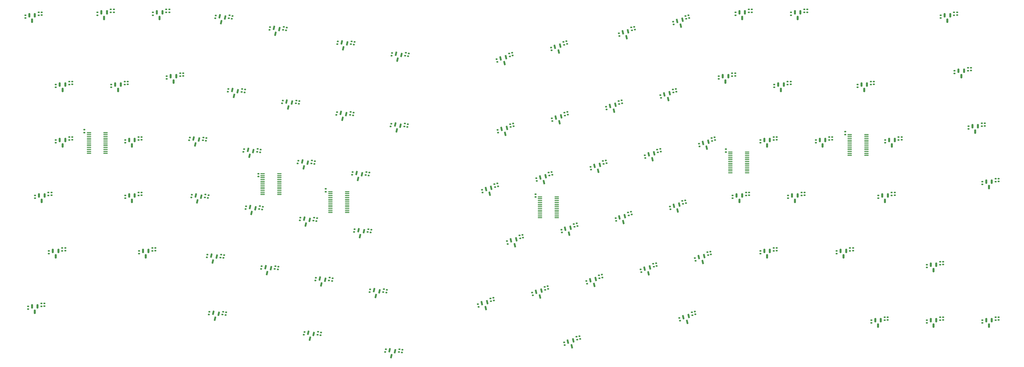
<source format=gbr>
%TF.GenerationSoftware,KiCad,Pcbnew,8.0.1*%
%TF.CreationDate,2024-04-11T15:05:29-07:00*%
%TF.ProjectId,Erebus,45726562-7573-42e6-9b69-6361645f7063,rev?*%
%TF.SameCoordinates,Original*%
%TF.FileFunction,Paste,Bot*%
%TF.FilePolarity,Positive*%
%FSLAX46Y46*%
G04 Gerber Fmt 4.6, Leading zero omitted, Abs format (unit mm)*
G04 Created by KiCad (PCBNEW 8.0.1) date 2024-04-11 15:05:29*
%MOMM*%
%LPD*%
G01*
G04 APERTURE LIST*
G04 Aperture macros list*
%AMRoundRect*
0 Rectangle with rounded corners*
0 $1 Rounding radius*
0 $2 $3 $4 $5 $6 $7 $8 $9 X,Y pos of 4 corners*
0 Add a 4 corners polygon primitive as box body*
4,1,4,$2,$3,$4,$5,$6,$7,$8,$9,$2,$3,0*
0 Add four circle primitives for the rounded corners*
1,1,$1+$1,$2,$3*
1,1,$1+$1,$4,$5*
1,1,$1+$1,$6,$7*
1,1,$1+$1,$8,$9*
0 Add four rect primitives between the rounded corners*
20,1,$1+$1,$2,$3,$4,$5,0*
20,1,$1+$1,$4,$5,$6,$7,0*
20,1,$1+$1,$6,$7,$8,$9,0*
20,1,$1+$1,$8,$9,$2,$3,0*%
G04 Aperture macros list end*
%ADD10RoundRect,0.140000X0.195393X-0.101596X0.137177X0.172286X-0.195393X0.101596X-0.137177X-0.172286X0*%
%ADD11RoundRect,0.135000X-0.209025X0.093586X-0.152889X-0.170514X0.209025X-0.093586X0.152889X0.170514X0*%
%ADD12RoundRect,0.140000X-0.170000X0.140000X-0.170000X-0.140000X0.170000X-0.140000X0.170000X0.140000X0*%
%ADD13RoundRect,0.140000X0.170000X-0.140000X0.170000X0.140000X-0.170000X0.140000X-0.170000X-0.140000X0*%
%ADD14RoundRect,0.140000X-0.195393X0.101596X-0.137177X-0.172286X0.195393X-0.101596X0.137177X0.172286X0*%
%ADD15RoundRect,0.140000X-0.137177X0.172286X-0.195393X-0.101596X0.137177X-0.172286X0.195393X0.101596X0*%
%ADD16RoundRect,0.135000X-0.185000X0.135000X-0.185000X-0.135000X0.185000X-0.135000X0.185000X0.135000X0*%
%ADD17RoundRect,0.150000X-0.024574X0.605848X-0.268870X-0.543475X0.024574X-0.605848X0.268870X0.543475X0*%
%ADD18RoundRect,0.150000X-0.268870X0.543475X-0.024574X-0.605848X0.268870X-0.543475X0.024574X0.605848X0*%
%ADD19RoundRect,0.150000X-0.150000X0.587500X-0.150000X-0.587500X0.150000X-0.587500X0.150000X0.587500X0*%
%ADD20RoundRect,0.140000X0.137177X-0.172286X0.195393X0.101596X-0.137177X0.172286X-0.195393X-0.101596X0*%
%ADD21RoundRect,0.135000X-0.152889X0.170514X-0.209025X-0.093586X0.152889X-0.170514X0.209025X0.093586X0*%
%ADD22RoundRect,0.100000X0.637500X0.100000X-0.637500X0.100000X-0.637500X-0.100000X0.637500X-0.100000X0*%
G04 APERTURE END LIST*
D10*
%TO.C,C109*%
X328243401Y-157406639D03*
X328043805Y-156467617D03*
%TD*%
D11*
%TO.C,R77*%
X372858976Y-184849635D03*
X373071046Y-185847345D03*
%TD*%
D12*
%TO.C,C124*%
X157715508Y-162745362D03*
X157715508Y-163705362D03*
%TD*%
D13*
%TO.C,C31*%
X406870458Y-82808962D03*
X406870458Y-81848962D03*
%TD*%
D10*
%TO.C,C139*%
X355496259Y-171089453D03*
X355296663Y-170150431D03*
%TD*%
D14*
%TO.C,C138*%
X341966750Y-171942437D03*
X342166346Y-172881459D03*
%TD*%
D13*
%TO.C,C4*%
X319227200Y-145234600D03*
X319227200Y-144274600D03*
%TD*%
D10*
%TO.C,C77*%
X300990544Y-143723824D03*
X300790948Y-142784802D03*
%TD*%
D12*
%TO.C,C62*%
X435369258Y-105595362D03*
X435369258Y-106555362D03*
%TD*%
D15*
%TO.C,C20*%
X275658724Y-95956432D03*
X275459128Y-96895454D03*
%TD*%
D16*
%TO.C,R59*%
X156674108Y-162743362D03*
X156674108Y-163763362D03*
%TD*%
D17*
%TO.C,SW62*%
X226487276Y-169327649D03*
X227026682Y-171359193D03*
X228345756Y-169722683D03*
%TD*%
D12*
%TO.C,C38*%
X179146758Y-105595362D03*
X179146758Y-106555362D03*
%TD*%
D18*
%TO.C,SW65*%
X300739254Y-181757293D03*
X302058328Y-183393803D03*
X302597734Y-181362259D03*
%TD*%
D14*
%TO.C,C136*%
X323333038Y-175903155D03*
X323532634Y-176842177D03*
%TD*%
D19*
%TO.C,SW45*%
X148685808Y-144724062D03*
X149635808Y-146599062D03*
X150585808Y-144724062D03*
%TD*%
D20*
%TO.C,C133*%
X262215577Y-177893057D03*
X262415173Y-176954035D03*
%TD*%
D21*
%TO.C,R63*%
X248490590Y-172950873D03*
X248278520Y-173948583D03*
%TD*%
D14*
%TO.C,C24*%
X329792128Y-91758982D03*
X329991724Y-92698004D03*
%TD*%
D12*
%TO.C,C150*%
X150571758Y-181795362D03*
X150571758Y-182755362D03*
%TD*%
D16*
%TO.C,R69*%
X400990358Y-162743362D03*
X400990358Y-163763362D03*
%TD*%
D19*
%TO.C,SW55*%
X388239558Y-144724062D03*
X389189558Y-146599062D03*
X390139558Y-144724062D03*
%TD*%
D15*
%TO.C,C44*%
X238098831Y-112317316D03*
X237899235Y-113256338D03*
%TD*%
D20*
%TO.C,C151*%
X207012152Y-185634795D03*
X207211748Y-184695773D03*
%TD*%
D19*
%TO.C,SW56*%
X407289558Y-144724062D03*
X408239558Y-146599062D03*
X409189558Y-144724062D03*
%TD*%
D21*
%TO.C,R35*%
X261070453Y-136673629D03*
X260858383Y-137671339D03*
%TD*%
%TO.C,R4*%
X214080933Y-82865624D03*
X213868863Y-83863334D03*
%TD*%
D18*
%TO.C,SW52*%
X329387532Y-156192326D03*
X330706606Y-157828836D03*
X331246012Y-155797292D03*
%TD*%
D11*
%TO.C,R54*%
X369595969Y-146592032D03*
X369808039Y-147589742D03*
%TD*%
D17*
%TO.C,SW74*%
X208551275Y-184990822D03*
X209090681Y-187022366D03*
X210409755Y-185385856D03*
%TD*%
D13*
%TO.C,C163*%
X453542958Y-188536462D03*
X453542958Y-187576462D03*
%TD*%
D18*
%TO.C,SW39*%
X358035810Y-130627358D03*
X359354884Y-132263868D03*
X359894290Y-130232324D03*
%TD*%
D16*
%TO.C,R27*%
X405752858Y-105593362D03*
X405752858Y-106613362D03*
%TD*%
D13*
%TO.C,C91*%
X439255458Y-126623962D03*
X439255458Y-125663962D03*
%TD*%
D19*
%TO.C,SW26*%
X383477058Y-103766562D03*
X384427058Y-105641562D03*
X385377058Y-103766562D03*
%TD*%
D14*
%TO.C,C82*%
X343362171Y-132694655D03*
X343561767Y-133633677D03*
%TD*%
D16*
%TO.C,R78*%
X439090358Y-186555862D03*
X439090358Y-187575862D03*
%TD*%
D19*
%TO.C,SW58*%
X473964558Y-139961562D03*
X474914558Y-141836562D03*
X475864558Y-139961562D03*
%TD*%
D13*
%TO.C,C125*%
X183032958Y-164723962D03*
X183032958Y-163763962D03*
%TD*%
%TO.C,C123*%
X152076708Y-164723962D03*
X152076708Y-163763962D03*
%TD*%
%TO.C,C11*%
X187795458Y-82808962D03*
X187795458Y-81848962D03*
%TD*%
D21*
%TO.C,R34*%
X242436742Y-132712911D03*
X242224672Y-133710621D03*
%TD*%
D13*
%TO.C,C59*%
X401155458Y-107573962D03*
X401155458Y-106613962D03*
%TD*%
D15*
%TO.C,C14*%
X215099161Y-83084099D03*
X214899565Y-84023121D03*
%TD*%
D12*
%TO.C,C34*%
X160096758Y-105595362D03*
X160096758Y-106555362D03*
%TD*%
D10*
%TO.C,C141*%
X374129971Y-167128736D03*
X373930375Y-166189714D03*
%TD*%
D15*
%TO.C,C152*%
X212939105Y-184871804D03*
X212739509Y-185810826D03*
%TD*%
D18*
%TO.C,SW9*%
X325832056Y-93652403D03*
X327151130Y-95288913D03*
X327690536Y-93257369D03*
%TD*%
D21*
%TO.C,R5*%
X232714645Y-86826342D03*
X232502575Y-87824052D03*
%TD*%
D19*
%TO.C,SW80*%
X454914558Y-187586562D03*
X455864558Y-189461562D03*
X456814558Y-187586562D03*
%TD*%
D21*
%TO.C,R62*%
X229856878Y-168990156D03*
X229644808Y-169987866D03*
%TD*%
D12*
%TO.C,C40*%
X198196758Y-102737862D03*
X198196758Y-103697862D03*
%TD*%
D11*
%TO.C,R76*%
X333262339Y-193266160D03*
X333474409Y-194263870D03*
%TD*%
D21*
%TO.C,R33*%
X223803030Y-128752194D03*
X223590960Y-129749904D03*
%TD*%
D17*
%TO.C,SW76*%
X269110838Y-197863155D03*
X269650244Y-199894699D03*
X270969318Y-198258189D03*
%TD*%
D10*
%TO.C,C113*%
X365510825Y-149485203D03*
X365311229Y-148546181D03*
%TD*%
D11*
%TO.C,R8*%
X310139357Y-95934263D03*
X310351427Y-96931973D03*
%TD*%
D17*
%TO.C,SW63*%
X245120988Y-173288366D03*
X245660394Y-175319910D03*
X246979468Y-173683400D03*
%TD*%
D10*
%TO.C,C85*%
X375525391Y-127880953D03*
X375325795Y-126941931D03*
%TD*%
D21*
%TO.C,R20*%
X255714315Y-116059558D03*
X255502245Y-117057268D03*
%TD*%
D11*
%TO.C,R65*%
X322313979Y-176117718D03*
X322526049Y-177115428D03*
%TD*%
D21*
%TO.C,R64*%
X267124302Y-176911591D03*
X266912232Y-177909301D03*
%TD*%
D11*
%TO.C,R39*%
X360976823Y-128948500D03*
X361188893Y-129946210D03*
%TD*%
D17*
%TO.C,SW75*%
X241160270Y-191922078D03*
X241699676Y-193953622D03*
X243018750Y-192317112D03*
%TD*%
D20*
%TO.C,C69*%
X200260593Y-125772942D03*
X200460189Y-124833920D03*
%TD*%
D22*
%TO.C,U5*%
X326458500Y-145218200D03*
X326458500Y-145868200D03*
X326458500Y-146518200D03*
X326458500Y-147168200D03*
X326458500Y-147818200D03*
X326458500Y-148468200D03*
X326458500Y-149118200D03*
X326458500Y-149768200D03*
X326458500Y-150418200D03*
X326458500Y-151068200D03*
X326458500Y-151718200D03*
X326458500Y-152368200D03*
X320733500Y-152368200D03*
X320733500Y-151718200D03*
X320733500Y-151068200D03*
X320733500Y-150418200D03*
X320733500Y-149768200D03*
X320733500Y-149118200D03*
X320733500Y-148468200D03*
X320733500Y-147818200D03*
X320733500Y-147168200D03*
X320733500Y-146518200D03*
X320733500Y-145868200D03*
X320733500Y-145218200D03*
%TD*%
D21*
%TO.C,R19*%
X237080603Y-112098841D03*
X236868533Y-113096551D03*
%TD*%
D13*
%TO.C,C37*%
X173507958Y-107573962D03*
X173507958Y-106613962D03*
%TD*%
D19*
%TO.C,SW79*%
X435864558Y-187586562D03*
X436814558Y-189461562D03*
X437764558Y-187586562D03*
%TD*%
D16*
%TO.C,R42*%
X420040358Y-124643362D03*
X420040358Y-125663362D03*
%TD*%
D12*
%TO.C,C30*%
X393459258Y-80830362D03*
X393459258Y-81790362D03*
%TD*%
D14*
%TO.C,C54*%
X348718309Y-112080584D03*
X348917905Y-113019606D03*
%TD*%
D18*
%TO.C,SW51*%
X310753821Y-160153043D03*
X312072895Y-161789553D03*
X312612301Y-159758009D03*
%TD*%
D21*
%TO.C,R61*%
X211223166Y-165029438D03*
X211011096Y-166027148D03*
%TD*%
D17*
%TO.C,SW7*%
X271270894Y-96075450D03*
X271810300Y-98106994D03*
X273129374Y-96470484D03*
%TD*%
D21*
%TO.C,R75*%
X272480440Y-197525662D03*
X272268370Y-198523372D03*
%TD*%
D17*
%TO.C,SW64*%
X263754700Y-177249084D03*
X264294106Y-179280628D03*
X265613180Y-177644118D03*
%TD*%
D14*
%TO.C,C114*%
X370615028Y-146377469D03*
X370814624Y-147316491D03*
%TD*%
D16*
%TO.C,R70*%
X427184108Y-162743362D03*
X427184108Y-163763362D03*
%TD*%
D22*
%TO.C,U2*%
X231233900Y-137268000D03*
X231233900Y-137918000D03*
X231233900Y-138568000D03*
X231233900Y-139218000D03*
X231233900Y-139868000D03*
X231233900Y-140518000D03*
X231233900Y-141168000D03*
X231233900Y-141818000D03*
X231233900Y-142468000D03*
X231233900Y-143118000D03*
X231233900Y-143768000D03*
X231233900Y-144418000D03*
X225508900Y-144418000D03*
X225508900Y-143768000D03*
X225508900Y-143118000D03*
X225508900Y-142468000D03*
X225508900Y-141818000D03*
X225508900Y-141168000D03*
X225508900Y-140518000D03*
X225508900Y-139868000D03*
X225508900Y-139218000D03*
X225508900Y-138568000D03*
X225508900Y-137918000D03*
X225508900Y-137268000D03*
%TD*%
D16*
%TO.C,R45*%
X151911608Y-143693362D03*
X151911608Y-144713362D03*
%TD*%
D14*
%TO.C,C168*%
X304699326Y-179863872D03*
X304898922Y-180802894D03*
%TD*%
D15*
%TO.C,C156*%
X273498668Y-197744137D03*
X273299072Y-198683159D03*
%TD*%
D22*
%TO.C,U7*%
X432775200Y-123795000D03*
X432775200Y-124445000D03*
X432775200Y-125095000D03*
X432775200Y-125745000D03*
X432775200Y-126395000D03*
X432775200Y-127045000D03*
X432775200Y-127695000D03*
X432775200Y-128345000D03*
X432775200Y-128995000D03*
X432775200Y-129645000D03*
X432775200Y-130295000D03*
X432775200Y-130945000D03*
X427050200Y-130945000D03*
X427050200Y-130295000D03*
X427050200Y-129645000D03*
X427050200Y-128995000D03*
X427050200Y-128345000D03*
X427050200Y-127695000D03*
X427050200Y-127045000D03*
X427050200Y-126395000D03*
X427050200Y-125745000D03*
X427050200Y-125095000D03*
X427050200Y-124445000D03*
X427050200Y-123795000D03*
%TD*%
D11*
%TO.C,R25*%
X366332962Y-108334429D03*
X366545032Y-109332139D03*
%TD*%
%TO.C,R10*%
X352065208Y-87022648D03*
X352277278Y-88020358D03*
%TD*%
D10*
%TO.C,C135*%
X318228835Y-179010889D03*
X318029239Y-178071867D03*
%TD*%
D12*
%TO.C,C58*%
X387744258Y-102737862D03*
X387744258Y-103697862D03*
%TD*%
D17*
%TO.C,SW19*%
X233711001Y-112436334D03*
X234250407Y-114467878D03*
X235569481Y-112831368D03*
%TD*%
D16*
%TO.C,R17*%
X197155358Y-102735862D03*
X197155358Y-103755862D03*
%TD*%
D21*
%TO.C,R74*%
X244529872Y-191584585D03*
X244317802Y-192582295D03*
%TD*%
D14*
%TO.C,C110*%
X333347604Y-154298905D03*
X333547200Y-155237927D03*
%TD*%
D19*
%TO.C,SW46*%
X179642058Y-144724062D03*
X180592058Y-146599062D03*
X181542058Y-144724062D03*
%TD*%
D15*
%TO.C,C16*%
X233732873Y-87044817D03*
X233533277Y-87983839D03*
%TD*%
D19*
%TO.C,SW3*%
X189167058Y-81859062D03*
X190117058Y-83734062D03*
X191067058Y-81859062D03*
%TD*%
D18*
%TO.C,SW23*%
X326124525Y-117934723D03*
X327443599Y-119571233D03*
X327983005Y-117539689D03*
%TD*%
D16*
%TO.C,R2*%
X173342858Y-80828362D03*
X173342858Y-81848362D03*
%TD*%
D17*
%TO.C,SW6*%
X252637182Y-92114732D03*
X253176588Y-94146276D03*
X254495662Y-92509766D03*
%TD*%
D22*
%TO.C,U3*%
X171551600Y-123113800D03*
X171551600Y-123763800D03*
X171551600Y-124413800D03*
X171551600Y-125063800D03*
X171551600Y-125713800D03*
X171551600Y-126363800D03*
X171551600Y-127013800D03*
X171551600Y-127663800D03*
X171551600Y-128313800D03*
X171551600Y-128963800D03*
X171551600Y-129613800D03*
X171551600Y-130263800D03*
X165826600Y-130263800D03*
X165826600Y-129613800D03*
X165826600Y-128963800D03*
X165826600Y-128313800D03*
X165826600Y-127663800D03*
X165826600Y-127013800D03*
X165826600Y-126363800D03*
X165826600Y-125713800D03*
X165826600Y-125063800D03*
X165826600Y-124413800D03*
X165826600Y-123763800D03*
X165826600Y-123113800D03*
%TD*%
D19*
%TO.C,SW73*%
X146304558Y-182824062D03*
X147254558Y-184699062D03*
X148204558Y-182824062D03*
%TD*%
D16*
%TO.C,R1*%
X148577858Y-81780862D03*
X148577858Y-82800862D03*
%TD*%
D13*
%TO.C,C9*%
X168745458Y-82808962D03*
X168745458Y-81848962D03*
%TD*%
D18*
%TO.C,SW11*%
X367757907Y-84740789D03*
X369076981Y-86377299D03*
X369616387Y-84345755D03*
%TD*%
D20*
%TO.C,C41*%
X213538167Y-109119589D03*
X213737763Y-108180567D03*
%TD*%
D15*
%TO.C,C42*%
X219465120Y-108356598D03*
X219265524Y-109295620D03*
%TD*%
D17*
%TO.C,SW47*%
X202497426Y-144752860D03*
X203036832Y-146784404D03*
X204355906Y-145147894D03*
%TD*%
D11*
%TO.C,R52*%
X332328545Y-154513468D03*
X332540615Y-155511178D03*
%TD*%
D15*
%TO.C,C132*%
X249508818Y-173169348D03*
X249309222Y-174108370D03*
%TD*%
D17*
%TO.C,SW35*%
X257700851Y-137011122D03*
X258240257Y-139042666D03*
X259559331Y-137406156D03*
%TD*%
D20*
%TO.C,C105*%
X256859439Y-157278986D03*
X257059035Y-156339964D03*
%TD*%
D17*
%TO.C,SW5*%
X229345043Y-87163835D03*
X229884449Y-89195379D03*
X231203523Y-87558869D03*
%TD*%
D20*
%TO.C,C47*%
X269439302Y-121001742D03*
X269638898Y-120062720D03*
%TD*%
D13*
%TO.C,C39*%
X192557958Y-104716462D03*
X192557958Y-103756462D03*
%TD*%
D15*
%TO.C,C70*%
X206187546Y-125009951D03*
X205987950Y-125948973D03*
%TD*%
D12*
%TO.C,C122*%
X478231758Y-138932862D03*
X478231758Y-139892862D03*
%TD*%
D13*
%TO.C,C165*%
X472592958Y-188536462D03*
X472592958Y-187576462D03*
%TD*%
%TO.C,C95*%
X147314208Y-145673962D03*
X147314208Y-144713962D03*
%TD*%
D20*
%TO.C,C43*%
X232171878Y-113080307D03*
X232371474Y-112141285D03*
%TD*%
D19*
%TO.C,SW72*%
X454914558Y-168536562D03*
X455864558Y-170411562D03*
X456814558Y-168536562D03*
%TD*%
D15*
%TO.C,C154*%
X245548100Y-191803060D03*
X245348504Y-192742082D03*
%TD*%
D11*
%TO.C,R51*%
X313694834Y-158474185D03*
X313906904Y-159471895D03*
%TD*%
%TO.C,R9*%
X328773069Y-91973545D03*
X328985139Y-92971255D03*
%TD*%
D10*
%TO.C,C25*%
X347980064Y-89915819D03*
X347780468Y-88976797D03*
%TD*%
D19*
%TO.C,SW17*%
X193929558Y-103766562D03*
X194879558Y-105641562D03*
X195829558Y-103766562D03*
%TD*%
D15*
%TO.C,C72*%
X224821258Y-128970669D03*
X224621662Y-129909691D03*
%TD*%
D20*
%TO.C,C45*%
X250805590Y-117041024D03*
X251005186Y-116102002D03*
%TD*%
D13*
%TO.C,C29*%
X387820458Y-82808962D03*
X387820458Y-81848962D03*
%TD*%
D16*
%TO.C,R12*%
X392417858Y-80828362D03*
X392417858Y-81848362D03*
%TD*%
D12*
%TO.C,C116*%
X392506758Y-143695362D03*
X392506758Y-144655362D03*
%TD*%
D16*
%TO.C,R41*%
X400990358Y-124643362D03*
X400990358Y-125663362D03*
%TD*%
D13*
%TO.C,C61*%
X429730458Y-107573962D03*
X429730458Y-106613962D03*
%TD*%
D11*
%TO.C,R24*%
X347699250Y-112295147D03*
X347911320Y-113292857D03*
%TD*%
D19*
%TO.C,SW29*%
X464439558Y-101861562D03*
X465389558Y-103736562D03*
X466339558Y-101861562D03*
%TD*%
D13*
%TO.C,C119*%
X436874208Y-145673962D03*
X436874208Y-144713962D03*
%TD*%
D16*
%TO.C,R80*%
X477190358Y-186555862D03*
X477190358Y-187575862D03*
%TD*%
D18*
%TO.C,SW68*%
X356640390Y-169875140D03*
X357959464Y-171511650D03*
X358498870Y-169480106D03*
%TD*%
D21*
%TO.C,R73*%
X211920877Y-184653329D03*
X211708807Y-185651039D03*
%TD*%
D18*
%TO.C,SW22*%
X307490813Y-121895440D03*
X308809887Y-123531950D03*
X309349293Y-121500406D03*
%TD*%
D14*
%TO.C,C142*%
X379234174Y-164021002D03*
X379433770Y-164960024D03*
%TD*%
D19*
%TO.C,SW13*%
X408242058Y-81859062D03*
X409192058Y-83734062D03*
X410142058Y-81859062D03*
%TD*%
D16*
%TO.C,R60*%
X187630358Y-162743362D03*
X187630358Y-163763362D03*
%TD*%
D11*
%TO.C,R22*%
X310431826Y-120216582D03*
X310643896Y-121214292D03*
%TD*%
D16*
%TO.C,R58*%
X477190358Y-138930862D03*
X477190358Y-139950862D03*
%TD*%
D13*
%TO.C,C87*%
X396392958Y-126623962D03*
X396392958Y-125663962D03*
%TD*%
D19*
%TO.C,SW28*%
X431102058Y-106624062D03*
X432052058Y-108499062D03*
X433002058Y-106624062D03*
%TD*%
%TO.C,SW2*%
X170117058Y-81859062D03*
X171067058Y-83734062D03*
X172017058Y-81859062D03*
%TD*%
D14*
%TO.C,C158*%
X334281398Y-193051597D03*
X334480994Y-193990619D03*
%TD*%
D16*
%TO.C,R29*%
X467665358Y-100830862D03*
X467665358Y-101850862D03*
%TD*%
%TO.C,R79*%
X458140358Y-186555862D03*
X458140358Y-187575862D03*
%TD*%
D12*
%TO.C,C36*%
X463944258Y-81782862D03*
X463944258Y-82742862D03*
%TD*%
D19*
%TO.C,SW57*%
X438245808Y-144724062D03*
X439195808Y-146599062D03*
X440145808Y-144724062D03*
%TD*%
D20*
%TO.C,C99*%
X200958303Y-145396833D03*
X201157899Y-144457811D03*
%TD*%
D21*
%TO.C,R32*%
X205169318Y-124791476D03*
X204957248Y-125789186D03*
%TD*%
D11*
%TO.C,R53*%
X350962257Y-150552750D03*
X351174327Y-151550460D03*
%TD*%
D12*
%TO.C,C98*%
X183909258Y-143695362D03*
X183909258Y-144655362D03*
%TD*%
D19*
%TO.C,SW1*%
X145352058Y-82811562D03*
X146302058Y-84686562D03*
X147252058Y-82811562D03*
%TD*%
D15*
%TO.C,C104*%
X244152680Y-152555278D03*
X243953084Y-153494300D03*
%TD*%
D18*
%TO.C,SW36*%
X302134675Y-142509511D03*
X303453749Y-144146021D03*
X303993155Y-142114477D03*
%TD*%
D11*
%TO.C,R23*%
X329065538Y-116255865D03*
X329277608Y-117253575D03*
%TD*%
D20*
%TO.C,C71*%
X218894305Y-129733660D03*
X219093901Y-128794638D03*
%TD*%
D14*
%TO.C,C112*%
X351981316Y-150338187D03*
X352180912Y-151277209D03*
%TD*%
D17*
%TO.C,SW49*%
X239764850Y-152674296D03*
X240304256Y-154705840D03*
X241623330Y-153069330D03*
%TD*%
D20*
%TO.C,C155*%
X267571715Y-198507128D03*
X267771311Y-197568106D03*
%TD*%
D13*
%TO.C,C93*%
X467830458Y-121861462D03*
X467830458Y-120901462D03*
%TD*%
D19*
%TO.C,SW14*%
X459677058Y-82811562D03*
X460627058Y-84686562D03*
X461577058Y-82811562D03*
%TD*%
D16*
%TO.C,R46*%
X182867858Y-143693362D03*
X182867858Y-144713362D03*
%TD*%
D18*
%TO.C,SW77*%
X330321326Y-194945018D03*
X331640400Y-196581528D03*
X332179806Y-194549984D03*
%TD*%
D13*
%TO.C,C33*%
X154457958Y-107573962D03*
X154457958Y-106613962D03*
%TD*%
D18*
%TO.C,SW67*%
X338006678Y-173835858D03*
X339325752Y-175472368D03*
X339865158Y-173440824D03*
%TD*%
D11*
%TO.C,R81*%
X303680267Y-180078435D03*
X303892337Y-181076145D03*
%TD*%
D10*
%TO.C,C55*%
X362247818Y-111227600D03*
X362048222Y-110288578D03*
%TD*%
D22*
%TO.C,U6*%
X391830400Y-129794000D03*
X391830400Y-130444000D03*
X391830400Y-131094000D03*
X391830400Y-131744000D03*
X391830400Y-132394000D03*
X391830400Y-133044000D03*
X391830400Y-133694000D03*
X391830400Y-134344000D03*
X391830400Y-134994000D03*
X391830400Y-135644000D03*
X391830400Y-136294000D03*
X391830400Y-136944000D03*
X386105400Y-136944000D03*
X386105400Y-136294000D03*
X386105400Y-135644000D03*
X386105400Y-134994000D03*
X386105400Y-134344000D03*
X386105400Y-133694000D03*
X386105400Y-133044000D03*
X386105400Y-132394000D03*
X386105400Y-131744000D03*
X386105400Y-131094000D03*
X386105400Y-130444000D03*
X386105400Y-129794000D03*
%TD*%
D15*
%TO.C,C18*%
X257025012Y-91995714D03*
X256825416Y-92934736D03*
%TD*%
D12*
%TO.C,C164*%
X459181758Y-186557862D03*
X459181758Y-187517862D03*
%TD*%
D17*
%TO.C,SW18*%
X215077290Y-108475616D03*
X215616696Y-110507160D03*
X216935770Y-108870650D03*
%TD*%
D14*
%TO.C,C28*%
X371717979Y-82847368D03*
X371917575Y-83786390D03*
%TD*%
D15*
%TO.C,C46*%
X256732543Y-116278033D03*
X256532947Y-117217055D03*
%TD*%
D12*
%TO.C,C88*%
X402031758Y-124645362D03*
X402031758Y-125605362D03*
%TD*%
D11*
%TO.C,R40*%
X379610535Y-124987782D03*
X379822605Y-125985492D03*
%TD*%
D10*
%TO.C,C157*%
X329177195Y-196159331D03*
X328977599Y-195220309D03*
%TD*%
D13*
%TO.C,C117*%
X405917958Y-145673962D03*
X405917958Y-144713962D03*
%TD*%
D21*
%TO.C,R50*%
X261768164Y-156297520D03*
X261556094Y-157295230D03*
%TD*%
D13*
%TO.C,C57*%
X382105458Y-104716462D03*
X382105458Y-103756462D03*
%TD*%
D18*
%TO.C,SW53*%
X348021244Y-152231608D03*
X349340318Y-153868118D03*
X349879724Y-151836574D03*
%TD*%
D17*
%TO.C,SW33*%
X220433428Y-129089687D03*
X220972834Y-131121231D03*
X222291908Y-129484721D03*
%TD*%
D18*
%TO.C,SW69*%
X375274102Y-165914423D03*
X376593176Y-167550933D03*
X377132582Y-165519389D03*
%TD*%
D19*
%TO.C,SW71*%
X423958308Y-163774062D03*
X424908308Y-165649062D03*
X425858308Y-163774062D03*
%TD*%
D10*
%TO.C,C111*%
X346877113Y-153445921D03*
X346677517Y-152506899D03*
%TD*%
D19*
%TO.C,SW81*%
X473964558Y-187586562D03*
X474914558Y-189461562D03*
X475864558Y-187586562D03*
%TD*%
D13*
%TO.C,C7*%
X143980458Y-83761462D03*
X143980458Y-82801462D03*
%TD*%
D10*
%TO.C,C49*%
X306346682Y-123109753D03*
X306147086Y-122170731D03*
%TD*%
D13*
%TO.C,C67*%
X178270458Y-126623962D03*
X178270458Y-125663962D03*
%TD*%
D14*
%TO.C,C78*%
X306094747Y-140616090D03*
X306294343Y-141555112D03*
%TD*%
D16*
%TO.C,R14*%
X159055358Y-105593362D03*
X159055358Y-106613362D03*
%TD*%
D13*
%TO.C,C5*%
X384581400Y-129788800D03*
X384581400Y-128828800D03*
%TD*%
D16*
%TO.C,R55*%
X391465358Y-143693362D03*
X391465358Y-144713362D03*
%TD*%
D21*
%TO.C,R49*%
X243134452Y-152336803D03*
X242922382Y-153334513D03*
%TD*%
D13*
%TO.C,C89*%
X415442958Y-126623962D03*
X415442958Y-125663962D03*
%TD*%
D22*
%TO.C,U4*%
X254500300Y-143440200D03*
X254500300Y-144090200D03*
X254500300Y-144740200D03*
X254500300Y-145390200D03*
X254500300Y-146040200D03*
X254500300Y-146690200D03*
X254500300Y-147340200D03*
X254500300Y-147990200D03*
X254500300Y-148640200D03*
X254500300Y-149290200D03*
X254500300Y-149940200D03*
X254500300Y-150590200D03*
X248775300Y-150590200D03*
X248775300Y-149940200D03*
X248775300Y-149290200D03*
X248775300Y-148640200D03*
X248775300Y-147990200D03*
X248775300Y-147340200D03*
X248775300Y-146690200D03*
X248775300Y-146040200D03*
X248775300Y-145390200D03*
X248775300Y-144740200D03*
X248775300Y-144090200D03*
X248775300Y-143440200D03*
%TD*%
D20*
%TO.C,C13*%
X209172208Y-83847090D03*
X209371804Y-82908068D03*
%TD*%
D13*
%TO.C,C149*%
X144932958Y-183773962D03*
X144932958Y-182813962D03*
%TD*%
D18*
%TO.C,SW25*%
X363391949Y-110013287D03*
X364711023Y-111649797D03*
X365250429Y-109618253D03*
%TD*%
D13*
%TO.C,C145*%
X422586708Y-164723962D03*
X422586708Y-163763962D03*
%TD*%
D14*
%TO.C,C84*%
X361995882Y-128733937D03*
X362195478Y-129672959D03*
%TD*%
D21*
%TO.C,R47*%
X205867028Y-144415367D03*
X205654958Y-145413077D03*
%TD*%
D18*
%TO.C,SW54*%
X366654956Y-148270890D03*
X367974030Y-149907400D03*
X368513436Y-147875856D03*
%TD*%
D14*
%TO.C,C56*%
X367352021Y-108119866D03*
X367551617Y-109058888D03*
%TD*%
D15*
%TO.C,C130*%
X230875106Y-169208631D03*
X230675510Y-170147653D03*
%TD*%
D12*
%TO.C,C120*%
X442513008Y-143695362D03*
X442513008Y-144655362D03*
%TD*%
D21*
%TO.C,R18*%
X218446892Y-108138123D03*
X218234822Y-109135833D03*
%TD*%
D16*
%TO.C,R16*%
X178105358Y-105593362D03*
X178105358Y-106613362D03*
%TD*%
D19*
%TO.C,SW59*%
X153448308Y-163774062D03*
X154398308Y-165649062D03*
X155348308Y-163774062D03*
%TD*%
D16*
%TO.C,R43*%
X443852858Y-124643362D03*
X443852858Y-125663362D03*
%TD*%
D10*
%TO.C,C51*%
X324980394Y-119149036D03*
X324780798Y-118210014D03*
%TD*%
D16*
%TO.C,R30*%
X159055358Y-124643362D03*
X159055358Y-125663362D03*
%TD*%
D21*
%TO.C,R6*%
X256006784Y-91777239D03*
X255794714Y-92774949D03*
%TD*%
D19*
%TO.C,SW44*%
X469202058Y-120911562D03*
X470152058Y-122786562D03*
X471102058Y-120911562D03*
%TD*%
D12*
%TO.C,C162*%
X440131758Y-186557862D03*
X440131758Y-187517862D03*
%TD*%
%TO.C,C118*%
X411556758Y-143695362D03*
X411556758Y-144655362D03*
%TD*%
%TO.C,C60*%
X406794258Y-105595362D03*
X406794258Y-106555362D03*
%TD*%
D16*
%TO.C,R71*%
X458140358Y-167505862D03*
X458140358Y-168525862D03*
%TD*%
%TO.C,R26*%
X386702858Y-102735862D03*
X386702858Y-103755862D03*
%TD*%
D13*
%TO.C,C35*%
X458305458Y-83761462D03*
X458305458Y-82801462D03*
%TD*%
%TO.C,C121*%
X472592958Y-140911462D03*
X472592958Y-139951462D03*
%TD*%
D16*
%TO.C,R3*%
X192392858Y-80828362D03*
X192392858Y-81848362D03*
%TD*%
D19*
%TO.C,SW70*%
X397764558Y-163774062D03*
X398714558Y-165649062D03*
X399664558Y-163774062D03*
%TD*%
D20*
%TO.C,C127*%
X206314441Y-166010904D03*
X206514037Y-165071882D03*
%TD*%
D15*
%TO.C,C48*%
X275366255Y-120238751D03*
X275166659Y-121177773D03*
%TD*%
D10*
%TO.C,C23*%
X324687925Y-94866716D03*
X324488329Y-93927694D03*
%TD*%
%TO.C,C83*%
X356891679Y-131841671D03*
X356692083Y-130902649D03*
%TD*%
%TO.C,C107*%
X309609690Y-161367356D03*
X309410094Y-160428334D03*
%TD*%
D20*
%TO.C,C153*%
X239621147Y-192566051D03*
X239820743Y-191627029D03*
%TD*%
D10*
%TO.C,C27*%
X366613776Y-85955102D03*
X366414180Y-85016080D03*
%TD*%
D17*
%TO.C,SW48*%
X221131138Y-148713578D03*
X221670544Y-150745122D03*
X222989618Y-149108612D03*
%TD*%
D10*
%TO.C,C81*%
X338257968Y-135802389D03*
X338058372Y-134863367D03*
%TD*%
D19*
%TO.C,SW12*%
X389192058Y-81859062D03*
X390142058Y-83734062D03*
X391092058Y-81859062D03*
%TD*%
D12*
%TO.C,C146*%
X428225508Y-162745362D03*
X428225508Y-163705362D03*
%TD*%
D21*
%TO.C,R7*%
X274640496Y-95737957D03*
X274428426Y-96735667D03*
%TD*%
D14*
%TO.C,C22*%
X311158416Y-95719700D03*
X311358012Y-96658722D03*
%TD*%
D13*
%TO.C,C1*%
X164236400Y-123111200D03*
X164236400Y-122151200D03*
%TD*%
%TO.C,C143*%
X396392958Y-164723962D03*
X396392958Y-163763962D03*
%TD*%
D19*
%TO.C,SW43*%
X440627058Y-125674062D03*
X441577058Y-127549062D03*
X442527058Y-125674062D03*
%TD*%
D17*
%TO.C,SW21*%
X270978425Y-120357769D03*
X271517831Y-122389313D03*
X272836905Y-120752803D03*
%TD*%
D18*
%TO.C,SW38*%
X339402099Y-134588076D03*
X340721173Y-136224586D03*
X341260579Y-134193042D03*
%TD*%
D21*
%TO.C,R21*%
X274348027Y-120020276D03*
X274135957Y-121017986D03*
%TD*%
D15*
%TO.C,C100*%
X206885256Y-144633842D03*
X206685660Y-145572864D03*
%TD*%
D10*
%TO.C,C53*%
X343614106Y-115188318D03*
X343414510Y-114249296D03*
%TD*%
D17*
%TO.C,SW50*%
X258398562Y-156635013D03*
X258937968Y-158666557D03*
X260257042Y-157030047D03*
%TD*%
D12*
%TO.C,C32*%
X412509258Y-80830362D03*
X412509258Y-81790362D03*
%TD*%
D13*
%TO.C,C115*%
X386867958Y-145673962D03*
X386867958Y-144713962D03*
%TD*%
D12*
%TO.C,C2*%
X224028000Y-137264200D03*
X224028000Y-138224200D03*
%TD*%
D15*
%TO.C,C102*%
X225518968Y-148594560D03*
X225319372Y-149533582D03*
%TD*%
D14*
%TO.C,C50*%
X311450885Y-120002019D03*
X311650481Y-120941041D03*
%TD*%
D16*
%TO.C,R31*%
X182867858Y-124643362D03*
X182867858Y-125663362D03*
%TD*%
D13*
%TO.C,C63*%
X463067958Y-102811462D03*
X463067958Y-101851462D03*
%TD*%
D10*
%TO.C,C137*%
X336862547Y-175050171D03*
X336662951Y-174111149D03*
%TD*%
D13*
%TO.C,C147*%
X453542958Y-169486462D03*
X453542958Y-168526462D03*
%TD*%
D18*
%TO.C,SW10*%
X349124195Y-88701506D03*
X350443269Y-90338016D03*
X350982675Y-88306472D03*
%TD*%
D11*
%TO.C,R11*%
X370698920Y-83061931D03*
X370910990Y-84059641D03*
%TD*%
D17*
%TO.C,SW20*%
X252344713Y-116397051D03*
X252884119Y-118428595D03*
X254203193Y-116792085D03*
%TD*%
D15*
%TO.C,C128*%
X212241394Y-165247913D03*
X212041798Y-166186935D03*
%TD*%
%TO.C,C106*%
X262786392Y-156515995D03*
X262586796Y-157455017D03*
%TD*%
D19*
%TO.C,SW27*%
X402527058Y-106624062D03*
X403477058Y-108499062D03*
X404427058Y-106624062D03*
%TD*%
%TO.C,SW31*%
X179642058Y-125674062D03*
X180592058Y-127549062D03*
X181542058Y-125674062D03*
%TD*%
D16*
%TO.C,R72*%
X149530358Y-181793362D03*
X149530358Y-182813362D03*
%TD*%
D20*
%TO.C,C17*%
X251098059Y-92758705D03*
X251297655Y-91819683D03*
%TD*%
D19*
%TO.C,SW15*%
X155829558Y-106624062D03*
X156779558Y-108499062D03*
X157729558Y-106624062D03*
%TD*%
D12*
%TO.C,C64*%
X468706758Y-100832862D03*
X468706758Y-101792862D03*
%TD*%
D16*
%TO.C,R15*%
X462902858Y-81780862D03*
X462902858Y-82800862D03*
%TD*%
D14*
%TO.C,C80*%
X324728459Y-136655372D03*
X324928055Y-137594394D03*
%TD*%
%TO.C,C86*%
X380629594Y-124773219D03*
X380829190Y-125712241D03*
%TD*%
D12*
%TO.C,C148*%
X459181758Y-167507862D03*
X459181758Y-168467862D03*
%TD*%
D15*
%TO.C,C74*%
X243454970Y-132931386D03*
X243255374Y-133870408D03*
%TD*%
D13*
%TO.C,C161*%
X434492958Y-188536462D03*
X434492958Y-187576462D03*
%TD*%
D15*
%TO.C,C134*%
X268142530Y-177130066D03*
X267942934Y-178069088D03*
%TD*%
D18*
%TO.C,SW40*%
X376669522Y-126666640D03*
X377988596Y-128303150D03*
X378528002Y-126271606D03*
%TD*%
D12*
%TO.C,C68*%
X183909258Y-124645362D03*
X183909258Y-125605362D03*
%TD*%
D16*
%TO.C,R57*%
X441471608Y-143693362D03*
X441471608Y-144713362D03*
%TD*%
D11*
%TO.C,R68*%
X378215115Y-164235565D03*
X378427185Y-165233275D03*
%TD*%
%TO.C,R36*%
X305075688Y-140830653D03*
X305287758Y-141828363D03*
%TD*%
D17*
%TO.C,SW61*%
X207853564Y-165366931D03*
X208392970Y-167398475D03*
X209712044Y-165761965D03*
%TD*%
D13*
%TO.C,C65*%
X154457958Y-126623962D03*
X154457958Y-125663962D03*
%TD*%
D12*
%TO.C,C126*%
X188671758Y-162745362D03*
X188671758Y-163705362D03*
%TD*%
%TO.C,C92*%
X444894258Y-124645362D03*
X444894258Y-125605362D03*
%TD*%
D15*
%TO.C,C76*%
X262088681Y-136892104D03*
X261889085Y-137831126D03*
%TD*%
D19*
%TO.C,SW42*%
X416814558Y-125674062D03*
X417764558Y-127549062D03*
X418714558Y-125674062D03*
%TD*%
D12*
%TO.C,C8*%
X149619258Y-81782862D03*
X149619258Y-82742862D03*
%TD*%
D16*
%TO.C,R28*%
X434327858Y-105593362D03*
X434327858Y-106613362D03*
%TD*%
%TO.C,R44*%
X472427858Y-119880862D03*
X472427858Y-120900862D03*
%TD*%
D10*
%TO.C,C79*%
X319624256Y-139763106D03*
X319424660Y-138824084D03*
%TD*%
D17*
%TO.C,SW32*%
X201799716Y-125128969D03*
X202339122Y-127160513D03*
X203658196Y-125524003D03*
%TD*%
D10*
%TO.C,C159*%
X368773832Y-187742806D03*
X368574236Y-186803784D03*
%TD*%
D11*
%TO.C,R67*%
X359581403Y-168196282D03*
X359793473Y-169193992D03*
%TD*%
D12*
%TO.C,C94*%
X473469258Y-119882862D03*
X473469258Y-120842862D03*
%TD*%
%TO.C,C166*%
X478231758Y-186557862D03*
X478231758Y-187517862D03*
%TD*%
D11*
%TO.C,R37*%
X323709400Y-136869935D03*
X323921470Y-137867645D03*
%TD*%
D14*
%TO.C,C26*%
X353084267Y-86808085D03*
X353283863Y-87747107D03*
%TD*%
D11*
%TO.C,R66*%
X340947691Y-172157000D03*
X341159761Y-173154710D03*
%TD*%
D20*
%TO.C,C75*%
X256161728Y-137655095D03*
X256361324Y-136716073D03*
%TD*%
D12*
%TO.C,C90*%
X421081758Y-124645362D03*
X421081758Y-125605362D03*
%TD*%
D18*
%TO.C,SW66*%
X319372966Y-177796576D03*
X320692040Y-179433086D03*
X321231446Y-177401542D03*
%TD*%
D10*
%TO.C,C21*%
X306054213Y-98827434D03*
X305854617Y-97888412D03*
%TD*%
D20*
%TO.C,C103*%
X238225727Y-153318269D03*
X238425323Y-152379247D03*
%TD*%
D13*
%TO.C,C97*%
X178270458Y-145673962D03*
X178270458Y-144713962D03*
%TD*%
D18*
%TO.C,SW37*%
X320768387Y-138548793D03*
X322087461Y-140185303D03*
X322626867Y-138153759D03*
%TD*%
D10*
%TO.C,C167*%
X299595123Y-182971606D03*
X299395527Y-182032584D03*
%TD*%
D12*
%TO.C,C10*%
X174384258Y-80830362D03*
X174384258Y-81790362D03*
%TD*%
%TO.C,C12*%
X193434258Y-80830362D03*
X193434258Y-81790362D03*
%TD*%
D19*
%TO.C,SW41*%
X397764558Y-125674062D03*
X398714558Y-127549062D03*
X399664558Y-125674062D03*
%TD*%
D20*
%TO.C,C101*%
X219592015Y-149357551D03*
X219791611Y-148418529D03*
%TD*%
D21*
%TO.C,R48*%
X224500740Y-148376085D03*
X224288670Y-149373795D03*
%TD*%
D20*
%TO.C,C73*%
X237528017Y-133694377D03*
X237727613Y-132755355D03*
%TD*%
D19*
%TO.C,SW60*%
X184404558Y-163774062D03*
X185354558Y-165649062D03*
X186304558Y-163774062D03*
%TD*%
D18*
%TO.C,SW24*%
X344758237Y-113974005D03*
X346077311Y-115610515D03*
X346616717Y-113578971D03*
%TD*%
D17*
%TO.C,SW34*%
X239067140Y-133050404D03*
X239606546Y-135081948D03*
X240925620Y-133445438D03*
%TD*%
D11*
%TO.C,R38*%
X342343112Y-132909218D03*
X342555182Y-133906928D03*
%TD*%
D18*
%TO.C,SW78*%
X369917963Y-186528493D03*
X371237037Y-188165003D03*
X371776443Y-186133459D03*
%TD*%
D20*
%TO.C,C15*%
X227805920Y-87807808D03*
X228005516Y-86868786D03*
%TD*%
D18*
%TO.C,SW8*%
X307198344Y-97613121D03*
X308517418Y-99249631D03*
X309056824Y-97218087D03*
%TD*%
D14*
%TO.C,C140*%
X360600462Y-167981719D03*
X360800058Y-168920741D03*
%TD*%
%TO.C,C108*%
X314713893Y-158259622D03*
X314913489Y-159198644D03*
%TD*%
D13*
%TO.C,C6*%
X425526200Y-123797000D03*
X425526200Y-122837000D03*
%TD*%
D20*
%TO.C,C131*%
X243581865Y-173932339D03*
X243781461Y-172993317D03*
%TD*%
D12*
%TO.C,C144*%
X402031758Y-162745362D03*
X402031758Y-163705362D03*
%TD*%
D13*
%TO.C,C3*%
X247142000Y-143431200D03*
X247142000Y-142471200D03*
%TD*%
D20*
%TO.C,C129*%
X224948153Y-169971622D03*
X225147749Y-169032600D03*
%TD*%
%TO.C,C19*%
X269731771Y-96719423D03*
X269931367Y-95780401D03*
%TD*%
D16*
%TO.C,R13*%
X411467858Y-80828362D03*
X411467858Y-81848362D03*
%TD*%
D19*
%TO.C,SW16*%
X174879558Y-106624062D03*
X175829558Y-108499062D03*
X176779558Y-106624062D03*
%TD*%
D14*
%TO.C,C52*%
X330084597Y-116041302D03*
X330284193Y-116980324D03*
%TD*%
%TO.C,C160*%
X373878035Y-184635072D03*
X374077631Y-185574094D03*
%TD*%
D19*
%TO.C,SW30*%
X155829558Y-125674062D03*
X156779558Y-127549062D03*
X157729558Y-125674062D03*
%TD*%
D12*
%TO.C,C96*%
X152953008Y-143695362D03*
X152953008Y-144655362D03*
%TD*%
D17*
%TO.C,SW4*%
X210711331Y-83203117D03*
X211250737Y-85234661D03*
X212569811Y-83598151D03*
%TD*%
D16*
%TO.C,R56*%
X410515358Y-143693362D03*
X410515358Y-144713362D03*
%TD*%
D12*
%TO.C,C66*%
X160096758Y-124645362D03*
X160096758Y-125605362D03*
%TD*%
M02*

</source>
